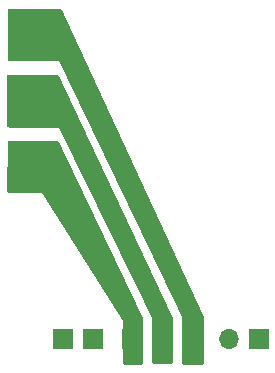
<source format=gbr>
G04 #@! TF.FileFunction,Soldermask,Bot*
%FSLAX46Y46*%
G04 Gerber Fmt 4.6, Leading zero omitted, Abs format (unit mm)*
G04 Created by KiCad (PCBNEW 4.0.6) date 10/13/18 21:28:43*
%MOMM*%
%LPD*%
G01*
G04 APERTURE LIST*
%ADD10C,0.100000*%
%ADD11R,1.700000X1.700000*%
%ADD12O,1.700000X1.700000*%
%ADD13R,2.150000X2.200000*%
%ADD14C,0.254000*%
G04 APERTURE END LIST*
D10*
D11*
X73200000Y-85900000D03*
D12*
X70660000Y-85900000D03*
D11*
X56600000Y-85900000D03*
X59200000Y-85900000D03*
X62500000Y-85900000D03*
X65040000Y-85900000D03*
X67580000Y-85900000D03*
D13*
X52958935Y-72400000D03*
X52958935Y-70200000D03*
X55108935Y-72400000D03*
X55108935Y-70200000D03*
X52945000Y-66800000D03*
X52945000Y-64600000D03*
X55095000Y-66800000D03*
X55095000Y-64600000D03*
X52958935Y-61195000D03*
X52958935Y-58995000D03*
X55108935Y-61195000D03*
X55108935Y-58995000D03*
D14*
G36*
X68373000Y-84027901D02*
X68373000Y-87873000D01*
X66827000Y-87873000D01*
X66827000Y-84000000D01*
X66814423Y-83944897D01*
X56364423Y-62244897D01*
X56333970Y-62204722D01*
X56290286Y-62179559D01*
X56250000Y-62173000D01*
X52027000Y-62173000D01*
X52027000Y-58027000D01*
X56368753Y-58027000D01*
X68373000Y-84027901D01*
X68373000Y-84027901D01*
G37*
X68373000Y-84027901D02*
X68373000Y-87873000D01*
X66827000Y-87873000D01*
X66827000Y-84000000D01*
X66814423Y-83944897D01*
X56364423Y-62244897D01*
X56333970Y-62204722D01*
X56290286Y-62179559D01*
X56250000Y-62173000D01*
X52027000Y-62173000D01*
X52027000Y-58027000D01*
X56368753Y-58027000D01*
X68373000Y-84027901D01*
G36*
X65773000Y-84078468D02*
X65773000Y-87823000D01*
X64277000Y-87823000D01*
X64277000Y-84050000D01*
X64264014Y-83994055D01*
X56364014Y-67894055D01*
X56333266Y-67854105D01*
X56289397Y-67829265D01*
X56250000Y-67823000D01*
X52027000Y-67823000D01*
X52027000Y-63627000D01*
X56119509Y-63627000D01*
X65773000Y-84078468D01*
X65773000Y-84078468D01*
G37*
X65773000Y-84078468D02*
X65773000Y-87823000D01*
X64277000Y-87823000D01*
X64277000Y-84050000D01*
X64264014Y-83994055D01*
X56364014Y-67894055D01*
X56333266Y-67854105D01*
X56289397Y-67829265D01*
X56250000Y-67823000D01*
X52027000Y-67823000D01*
X52027000Y-63627000D01*
X56119509Y-63627000D01*
X65773000Y-84078468D01*
G36*
X63223000Y-84078807D02*
X63223000Y-87873000D01*
X61777000Y-87873000D01*
X61777000Y-84350000D01*
X61757389Y-84282202D01*
X54907389Y-73432202D01*
X54872551Y-73395763D01*
X54826281Y-73375749D01*
X54800000Y-73373000D01*
X51978452Y-73373000D01*
X52025565Y-69227000D01*
X56119962Y-69227000D01*
X63223000Y-84078807D01*
X63223000Y-84078807D01*
G37*
X63223000Y-84078807D02*
X63223000Y-87873000D01*
X61777000Y-87873000D01*
X61777000Y-84350000D01*
X61757389Y-84282202D01*
X54907389Y-73432202D01*
X54872551Y-73395763D01*
X54826281Y-73375749D01*
X54800000Y-73373000D01*
X51978452Y-73373000D01*
X52025565Y-69227000D01*
X56119962Y-69227000D01*
X63223000Y-84078807D01*
M02*

</source>
